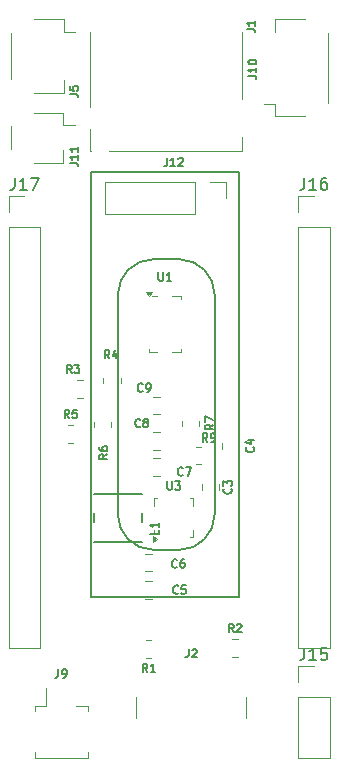
<source format=gbr>
%TF.GenerationSoftware,KiCad,Pcbnew,9.0.0*%
%TF.CreationDate,2025-04-24T12:01:06-04:00*%
%TF.ProjectId,Tiny4FSKGeneralShield,54696e79-3446-4534-9b47-656e6572616c,rev?*%
%TF.SameCoordinates,Original*%
%TF.FileFunction,Legend,Top*%
%TF.FilePolarity,Positive*%
%FSLAX46Y46*%
G04 Gerber Fmt 4.6, Leading zero omitted, Abs format (unit mm)*
G04 Created by KiCad (PCBNEW 9.0.0) date 2025-04-24 12:01:06*
%MOMM*%
%LPD*%
G01*
G04 APERTURE LIST*
%ADD10C,0.200000*%
%ADD11C,0.150000*%
%ADD12C,0.120000*%
%ADD13C,0.127000*%
G04 APERTURE END LIST*
D10*
X142127000Y-76875772D02*
X154627000Y-76875772D01*
X154627000Y-112875772D01*
X142127000Y-112875772D01*
X142127000Y-76875772D01*
X152605680Y-105875772D02*
G75*
G02*
X149605680Y-108875780I-2999980J-28D01*
G01*
X149605680Y-84275772D02*
G75*
G02*
X152605628Y-87275772I20J-2999928D01*
G01*
X147405680Y-108875772D02*
G75*
G02*
X144405628Y-105875772I20J3000072D01*
G01*
X149605680Y-108875772D02*
X147405680Y-108875772D01*
X147405680Y-84275772D02*
X149605680Y-84275772D01*
X144405680Y-105875772D02*
X144405680Y-87275772D01*
X144405680Y-87275772D02*
G75*
G02*
X147405680Y-84275780I3000020J-28D01*
G01*
X152605680Y-87275772D02*
X152605680Y-105875772D01*
D11*
X155863274Y-100181952D02*
X155896608Y-100215285D01*
X155896608Y-100215285D02*
X155929941Y-100315285D01*
X155929941Y-100315285D02*
X155929941Y-100381952D01*
X155929941Y-100381952D02*
X155896608Y-100481952D01*
X155896608Y-100481952D02*
X155829941Y-100548619D01*
X155829941Y-100548619D02*
X155763274Y-100581952D01*
X155763274Y-100581952D02*
X155629941Y-100615285D01*
X155629941Y-100615285D02*
X155529941Y-100615285D01*
X155529941Y-100615285D02*
X155396608Y-100581952D01*
X155396608Y-100581952D02*
X155329941Y-100548619D01*
X155329941Y-100548619D02*
X155263274Y-100481952D01*
X155263274Y-100481952D02*
X155229941Y-100381952D01*
X155229941Y-100381952D02*
X155229941Y-100315285D01*
X155229941Y-100315285D02*
X155263274Y-100215285D01*
X155263274Y-100215285D02*
X155296608Y-100181952D01*
X155463274Y-99581952D02*
X155929941Y-99581952D01*
X155196608Y-99748619D02*
X155696608Y-99915285D01*
X155696608Y-99915285D02*
X155696608Y-99481952D01*
X155443033Y-68742438D02*
X155943033Y-68742438D01*
X155943033Y-68742438D02*
X156043033Y-68775771D01*
X156043033Y-68775771D02*
X156109700Y-68842438D01*
X156109700Y-68842438D02*
X156143033Y-68942438D01*
X156143033Y-68942438D02*
X156143033Y-69009105D01*
X156143033Y-68042438D02*
X156143033Y-68442438D01*
X156143033Y-68242438D02*
X155443033Y-68242438D01*
X155443033Y-68242438D02*
X155543033Y-68309105D01*
X155543033Y-68309105D02*
X155609700Y-68375772D01*
X155609700Y-68375772D02*
X155643033Y-68442438D01*
X155443033Y-67609105D02*
X155443033Y-67542438D01*
X155443033Y-67542438D02*
X155476366Y-67475771D01*
X155476366Y-67475771D02*
X155509700Y-67442438D01*
X155509700Y-67442438D02*
X155576366Y-67409105D01*
X155576366Y-67409105D02*
X155709700Y-67375771D01*
X155709700Y-67375771D02*
X155876366Y-67375771D01*
X155876366Y-67375771D02*
X156009700Y-67409105D01*
X156009700Y-67409105D02*
X156076366Y-67442438D01*
X156076366Y-67442438D02*
X156109700Y-67475771D01*
X156109700Y-67475771D02*
X156143033Y-67542438D01*
X156143033Y-67542438D02*
X156143033Y-67609105D01*
X156143033Y-67609105D02*
X156109700Y-67675771D01*
X156109700Y-67675771D02*
X156076366Y-67709105D01*
X156076366Y-67709105D02*
X156009700Y-67742438D01*
X156009700Y-67742438D02*
X155876366Y-67775771D01*
X155876366Y-67775771D02*
X155709700Y-67775771D01*
X155709700Y-67775771D02*
X155576366Y-67742438D01*
X155576366Y-67742438D02*
X155509700Y-67709105D01*
X155509700Y-67709105D02*
X155476366Y-67675771D01*
X155476366Y-67675771D02*
X155443033Y-67609105D01*
X149410333Y-110325138D02*
X149377000Y-110358472D01*
X149377000Y-110358472D02*
X149277000Y-110391805D01*
X149277000Y-110391805D02*
X149210333Y-110391805D01*
X149210333Y-110391805D02*
X149110333Y-110358472D01*
X149110333Y-110358472D02*
X149043667Y-110291805D01*
X149043667Y-110291805D02*
X149010333Y-110225138D01*
X149010333Y-110225138D02*
X148977000Y-110091805D01*
X148977000Y-110091805D02*
X148977000Y-109991805D01*
X148977000Y-109991805D02*
X149010333Y-109858472D01*
X149010333Y-109858472D02*
X149043667Y-109791805D01*
X149043667Y-109791805D02*
X149110333Y-109725138D01*
X149110333Y-109725138D02*
X149210333Y-109691805D01*
X149210333Y-109691805D02*
X149277000Y-109691805D01*
X149277000Y-109691805D02*
X149377000Y-109725138D01*
X149377000Y-109725138D02*
X149410333Y-109758472D01*
X150010333Y-109691805D02*
X149877000Y-109691805D01*
X149877000Y-109691805D02*
X149810333Y-109725138D01*
X149810333Y-109725138D02*
X149777000Y-109758472D01*
X149777000Y-109758472D02*
X149710333Y-109858472D01*
X149710333Y-109858472D02*
X149677000Y-109991805D01*
X149677000Y-109991805D02*
X149677000Y-110258472D01*
X149677000Y-110258472D02*
X149710333Y-110325138D01*
X149710333Y-110325138D02*
X149743667Y-110358472D01*
X149743667Y-110358472D02*
X149810333Y-110391805D01*
X149810333Y-110391805D02*
X149943667Y-110391805D01*
X149943667Y-110391805D02*
X150010333Y-110358472D01*
X150010333Y-110358472D02*
X150043667Y-110325138D01*
X150043667Y-110325138D02*
X150077000Y-110258472D01*
X150077000Y-110258472D02*
X150077000Y-110091805D01*
X150077000Y-110091805D02*
X150043667Y-110025138D01*
X150043667Y-110025138D02*
X150010333Y-109991805D01*
X150010333Y-109991805D02*
X149943667Y-109958472D01*
X149943667Y-109958472D02*
X149810333Y-109958472D01*
X149810333Y-109958472D02*
X149743667Y-109991805D01*
X149743667Y-109991805D02*
X149710333Y-110025138D01*
X149710333Y-110025138D02*
X149677000Y-110091805D01*
X146510333Y-95425138D02*
X146477000Y-95458472D01*
X146477000Y-95458472D02*
X146377000Y-95491805D01*
X146377000Y-95491805D02*
X146310333Y-95491805D01*
X146310333Y-95491805D02*
X146210333Y-95458472D01*
X146210333Y-95458472D02*
X146143667Y-95391805D01*
X146143667Y-95391805D02*
X146110333Y-95325138D01*
X146110333Y-95325138D02*
X146077000Y-95191805D01*
X146077000Y-95191805D02*
X146077000Y-95091805D01*
X146077000Y-95091805D02*
X146110333Y-94958472D01*
X146110333Y-94958472D02*
X146143667Y-94891805D01*
X146143667Y-94891805D02*
X146210333Y-94825138D01*
X146210333Y-94825138D02*
X146310333Y-94791805D01*
X146310333Y-94791805D02*
X146377000Y-94791805D01*
X146377000Y-94791805D02*
X146477000Y-94825138D01*
X146477000Y-94825138D02*
X146510333Y-94858472D01*
X146843667Y-95491805D02*
X146977000Y-95491805D01*
X146977000Y-95491805D02*
X147043667Y-95458472D01*
X147043667Y-95458472D02*
X147077000Y-95425138D01*
X147077000Y-95425138D02*
X147143667Y-95325138D01*
X147143667Y-95325138D02*
X147177000Y-95191805D01*
X147177000Y-95191805D02*
X147177000Y-94925138D01*
X147177000Y-94925138D02*
X147143667Y-94858472D01*
X147143667Y-94858472D02*
X147110333Y-94825138D01*
X147110333Y-94825138D02*
X147043667Y-94791805D01*
X147043667Y-94791805D02*
X146910333Y-94791805D01*
X146910333Y-94791805D02*
X146843667Y-94825138D01*
X146843667Y-94825138D02*
X146810333Y-94858472D01*
X146810333Y-94858472D02*
X146777000Y-94925138D01*
X146777000Y-94925138D02*
X146777000Y-95091805D01*
X146777000Y-95091805D02*
X146810333Y-95158472D01*
X146810333Y-95158472D02*
X146843667Y-95191805D01*
X146843667Y-95191805D02*
X146910333Y-95225138D01*
X146910333Y-95225138D02*
X147043667Y-95225138D01*
X147043667Y-95225138D02*
X147110333Y-95191805D01*
X147110333Y-95191805D02*
X147143667Y-95158472D01*
X147143667Y-95158472D02*
X147177000Y-95091805D01*
X135690476Y-77384819D02*
X135690476Y-78099104D01*
X135690476Y-78099104D02*
X135642857Y-78241961D01*
X135642857Y-78241961D02*
X135547619Y-78337200D01*
X135547619Y-78337200D02*
X135404762Y-78384819D01*
X135404762Y-78384819D02*
X135309524Y-78384819D01*
X136690476Y-78384819D02*
X136119048Y-78384819D01*
X136404762Y-78384819D02*
X136404762Y-77384819D01*
X136404762Y-77384819D02*
X136309524Y-77527676D01*
X136309524Y-77527676D02*
X136214286Y-77622914D01*
X136214286Y-77622914D02*
X136119048Y-77670533D01*
X137023810Y-77384819D02*
X137690476Y-77384819D01*
X137690476Y-77384819D02*
X137261905Y-78384819D01*
X153976366Y-103692438D02*
X154009700Y-103725771D01*
X154009700Y-103725771D02*
X154043033Y-103825771D01*
X154043033Y-103825771D02*
X154043033Y-103892438D01*
X154043033Y-103892438D02*
X154009700Y-103992438D01*
X154009700Y-103992438D02*
X153943033Y-104059105D01*
X153943033Y-104059105D02*
X153876366Y-104092438D01*
X153876366Y-104092438D02*
X153743033Y-104125771D01*
X153743033Y-104125771D02*
X153643033Y-104125771D01*
X153643033Y-104125771D02*
X153509700Y-104092438D01*
X153509700Y-104092438D02*
X153443033Y-104059105D01*
X153443033Y-104059105D02*
X153376366Y-103992438D01*
X153376366Y-103992438D02*
X153343033Y-103892438D01*
X153343033Y-103892438D02*
X153343033Y-103825771D01*
X153343033Y-103825771D02*
X153376366Y-103725771D01*
X153376366Y-103725771D02*
X153409700Y-103692438D01*
X153343033Y-103459105D02*
X153343033Y-103025771D01*
X153343033Y-103025771D02*
X153609700Y-103259105D01*
X153609700Y-103259105D02*
X153609700Y-103159105D01*
X153609700Y-103159105D02*
X153643033Y-103092438D01*
X153643033Y-103092438D02*
X153676366Y-103059105D01*
X153676366Y-103059105D02*
X153743033Y-103025771D01*
X153743033Y-103025771D02*
X153909700Y-103025771D01*
X153909700Y-103025771D02*
X153976366Y-103059105D01*
X153976366Y-103059105D02*
X154009700Y-103092438D01*
X154009700Y-103092438D02*
X154043033Y-103159105D01*
X154043033Y-103159105D02*
X154043033Y-103359105D01*
X154043033Y-103359105D02*
X154009700Y-103425771D01*
X154009700Y-103425771D02*
X153976366Y-103459105D01*
X146910333Y-119251805D02*
X146677000Y-118918472D01*
X146510333Y-119251805D02*
X146510333Y-118551805D01*
X146510333Y-118551805D02*
X146777000Y-118551805D01*
X146777000Y-118551805D02*
X146843667Y-118585138D01*
X146843667Y-118585138D02*
X146877000Y-118618472D01*
X146877000Y-118618472D02*
X146910333Y-118685138D01*
X146910333Y-118685138D02*
X146910333Y-118785138D01*
X146910333Y-118785138D02*
X146877000Y-118851805D01*
X146877000Y-118851805D02*
X146843667Y-118885138D01*
X146843667Y-118885138D02*
X146777000Y-118918472D01*
X146777000Y-118918472D02*
X146510333Y-118918472D01*
X147577000Y-119251805D02*
X147177000Y-119251805D01*
X147377000Y-119251805D02*
X147377000Y-118551805D01*
X147377000Y-118551805D02*
X147310333Y-118651805D01*
X147310333Y-118651805D02*
X147243667Y-118718472D01*
X147243667Y-118718472D02*
X147177000Y-118751805D01*
X149510333Y-112525138D02*
X149477000Y-112558472D01*
X149477000Y-112558472D02*
X149377000Y-112591805D01*
X149377000Y-112591805D02*
X149310333Y-112591805D01*
X149310333Y-112591805D02*
X149210333Y-112558472D01*
X149210333Y-112558472D02*
X149143667Y-112491805D01*
X149143667Y-112491805D02*
X149110333Y-112425138D01*
X149110333Y-112425138D02*
X149077000Y-112291805D01*
X149077000Y-112291805D02*
X149077000Y-112191805D01*
X149077000Y-112191805D02*
X149110333Y-112058472D01*
X149110333Y-112058472D02*
X149143667Y-111991805D01*
X149143667Y-111991805D02*
X149210333Y-111925138D01*
X149210333Y-111925138D02*
X149310333Y-111891805D01*
X149310333Y-111891805D02*
X149377000Y-111891805D01*
X149377000Y-111891805D02*
X149477000Y-111925138D01*
X149477000Y-111925138D02*
X149510333Y-111958472D01*
X150143667Y-111891805D02*
X149810333Y-111891805D01*
X149810333Y-111891805D02*
X149777000Y-112225138D01*
X149777000Y-112225138D02*
X149810333Y-112191805D01*
X149810333Y-112191805D02*
X149877000Y-112158472D01*
X149877000Y-112158472D02*
X150043667Y-112158472D01*
X150043667Y-112158472D02*
X150110333Y-112191805D01*
X150110333Y-112191805D02*
X150143667Y-112225138D01*
X150143667Y-112225138D02*
X150177000Y-112291805D01*
X150177000Y-112291805D02*
X150177000Y-112458472D01*
X150177000Y-112458472D02*
X150143667Y-112525138D01*
X150143667Y-112525138D02*
X150110333Y-112558472D01*
X150110333Y-112558472D02*
X150043667Y-112591805D01*
X150043667Y-112591805D02*
X149877000Y-112591805D01*
X149877000Y-112591805D02*
X149810333Y-112558472D01*
X149810333Y-112558472D02*
X149777000Y-112525138D01*
X140343033Y-70309105D02*
X140843033Y-70309105D01*
X140843033Y-70309105D02*
X140943033Y-70342438D01*
X140943033Y-70342438D02*
X141009700Y-70409105D01*
X141009700Y-70409105D02*
X141043033Y-70509105D01*
X141043033Y-70509105D02*
X141043033Y-70575772D01*
X140343033Y-69642439D02*
X140343033Y-69975772D01*
X140343033Y-69975772D02*
X140676366Y-70009105D01*
X140676366Y-70009105D02*
X140643033Y-69975772D01*
X140643033Y-69975772D02*
X140609700Y-69909105D01*
X140609700Y-69909105D02*
X140609700Y-69742439D01*
X140609700Y-69742439D02*
X140643033Y-69675772D01*
X140643033Y-69675772D02*
X140676366Y-69642439D01*
X140676366Y-69642439D02*
X140743033Y-69609105D01*
X140743033Y-69609105D02*
X140909700Y-69609105D01*
X140909700Y-69609105D02*
X140976366Y-69642439D01*
X140976366Y-69642439D02*
X141009700Y-69675772D01*
X141009700Y-69675772D02*
X141043033Y-69742439D01*
X141043033Y-69742439D02*
X141043033Y-69909105D01*
X141043033Y-69909105D02*
X141009700Y-69975772D01*
X141009700Y-69975772D02*
X140976366Y-70009105D01*
X147843666Y-85391805D02*
X147843666Y-85958472D01*
X147843666Y-85958472D02*
X147877000Y-86025138D01*
X147877000Y-86025138D02*
X147910333Y-86058472D01*
X147910333Y-86058472D02*
X147977000Y-86091805D01*
X147977000Y-86091805D02*
X148110333Y-86091805D01*
X148110333Y-86091805D02*
X148177000Y-86058472D01*
X148177000Y-86058472D02*
X148210333Y-86025138D01*
X148210333Y-86025138D02*
X148243666Y-85958472D01*
X148243666Y-85958472D02*
X148243666Y-85391805D01*
X148943666Y-86091805D02*
X148543666Y-86091805D01*
X148743666Y-86091805D02*
X148743666Y-85391805D01*
X148743666Y-85391805D02*
X148676999Y-85491805D01*
X148676999Y-85491805D02*
X148610333Y-85558472D01*
X148610333Y-85558472D02*
X148543666Y-85591805D01*
X143689117Y-92676403D02*
X143455784Y-92343070D01*
X143289117Y-92676403D02*
X143289117Y-91976403D01*
X143289117Y-91976403D02*
X143555784Y-91976403D01*
X143555784Y-91976403D02*
X143622451Y-92009736D01*
X143622451Y-92009736D02*
X143655784Y-92043070D01*
X143655784Y-92043070D02*
X143689117Y-92109736D01*
X143689117Y-92109736D02*
X143689117Y-92209736D01*
X143689117Y-92209736D02*
X143655784Y-92276403D01*
X143655784Y-92276403D02*
X143622451Y-92309736D01*
X143622451Y-92309736D02*
X143555784Y-92343070D01*
X143555784Y-92343070D02*
X143289117Y-92343070D01*
X144289117Y-92209736D02*
X144289117Y-92676403D01*
X144122451Y-91943070D02*
X143955784Y-92443070D01*
X143955784Y-92443070D02*
X144389117Y-92443070D01*
X154210333Y-115841805D02*
X153977000Y-115508472D01*
X153810333Y-115841805D02*
X153810333Y-115141805D01*
X153810333Y-115141805D02*
X154077000Y-115141805D01*
X154077000Y-115141805D02*
X154143667Y-115175138D01*
X154143667Y-115175138D02*
X154177000Y-115208472D01*
X154177000Y-115208472D02*
X154210333Y-115275138D01*
X154210333Y-115275138D02*
X154210333Y-115375138D01*
X154210333Y-115375138D02*
X154177000Y-115441805D01*
X154177000Y-115441805D02*
X154143667Y-115475138D01*
X154143667Y-115475138D02*
X154077000Y-115508472D01*
X154077000Y-115508472D02*
X153810333Y-115508472D01*
X154477000Y-115208472D02*
X154510333Y-115175138D01*
X154510333Y-115175138D02*
X154577000Y-115141805D01*
X154577000Y-115141805D02*
X154743667Y-115141805D01*
X154743667Y-115141805D02*
X154810333Y-115175138D01*
X154810333Y-115175138D02*
X154843667Y-115208472D01*
X154843667Y-115208472D02*
X154877000Y-115275138D01*
X154877000Y-115275138D02*
X154877000Y-115341805D01*
X154877000Y-115341805D02*
X154843667Y-115441805D01*
X154843667Y-115441805D02*
X154443667Y-115841805D01*
X154443667Y-115841805D02*
X154877000Y-115841805D01*
X146310333Y-98425138D02*
X146277000Y-98458472D01*
X146277000Y-98458472D02*
X146177000Y-98491805D01*
X146177000Y-98491805D02*
X146110333Y-98491805D01*
X146110333Y-98491805D02*
X146010333Y-98458472D01*
X146010333Y-98458472D02*
X145943667Y-98391805D01*
X145943667Y-98391805D02*
X145910333Y-98325138D01*
X145910333Y-98325138D02*
X145877000Y-98191805D01*
X145877000Y-98191805D02*
X145877000Y-98091805D01*
X145877000Y-98091805D02*
X145910333Y-97958472D01*
X145910333Y-97958472D02*
X145943667Y-97891805D01*
X145943667Y-97891805D02*
X146010333Y-97825138D01*
X146010333Y-97825138D02*
X146110333Y-97791805D01*
X146110333Y-97791805D02*
X146177000Y-97791805D01*
X146177000Y-97791805D02*
X146277000Y-97825138D01*
X146277000Y-97825138D02*
X146310333Y-97858472D01*
X146710333Y-98091805D02*
X146643667Y-98058472D01*
X146643667Y-98058472D02*
X146610333Y-98025138D01*
X146610333Y-98025138D02*
X146577000Y-97958472D01*
X146577000Y-97958472D02*
X146577000Y-97925138D01*
X146577000Y-97925138D02*
X146610333Y-97858472D01*
X146610333Y-97858472D02*
X146643667Y-97825138D01*
X146643667Y-97825138D02*
X146710333Y-97791805D01*
X146710333Y-97791805D02*
X146843667Y-97791805D01*
X146843667Y-97791805D02*
X146910333Y-97825138D01*
X146910333Y-97825138D02*
X146943667Y-97858472D01*
X146943667Y-97858472D02*
X146977000Y-97925138D01*
X146977000Y-97925138D02*
X146977000Y-97958472D01*
X146977000Y-97958472D02*
X146943667Y-98025138D01*
X146943667Y-98025138D02*
X146910333Y-98058472D01*
X146910333Y-98058472D02*
X146843667Y-98091805D01*
X146843667Y-98091805D02*
X146710333Y-98091805D01*
X146710333Y-98091805D02*
X146643667Y-98125138D01*
X146643667Y-98125138D02*
X146610333Y-98158472D01*
X146610333Y-98158472D02*
X146577000Y-98225138D01*
X146577000Y-98225138D02*
X146577000Y-98358472D01*
X146577000Y-98358472D02*
X146610333Y-98425138D01*
X146610333Y-98425138D02*
X146643667Y-98458472D01*
X146643667Y-98458472D02*
X146710333Y-98491805D01*
X146710333Y-98491805D02*
X146843667Y-98491805D01*
X146843667Y-98491805D02*
X146910333Y-98458472D01*
X146910333Y-98458472D02*
X146943667Y-98425138D01*
X146943667Y-98425138D02*
X146977000Y-98358472D01*
X146977000Y-98358472D02*
X146977000Y-98225138D01*
X146977000Y-98225138D02*
X146943667Y-98158472D01*
X146943667Y-98158472D02*
X146910333Y-98125138D01*
X146910333Y-98125138D02*
X146843667Y-98091805D01*
X149910333Y-102525138D02*
X149877000Y-102558472D01*
X149877000Y-102558472D02*
X149777000Y-102591805D01*
X149777000Y-102591805D02*
X149710333Y-102591805D01*
X149710333Y-102591805D02*
X149610333Y-102558472D01*
X149610333Y-102558472D02*
X149543667Y-102491805D01*
X149543667Y-102491805D02*
X149510333Y-102425138D01*
X149510333Y-102425138D02*
X149477000Y-102291805D01*
X149477000Y-102291805D02*
X149477000Y-102191805D01*
X149477000Y-102191805D02*
X149510333Y-102058472D01*
X149510333Y-102058472D02*
X149543667Y-101991805D01*
X149543667Y-101991805D02*
X149610333Y-101925138D01*
X149610333Y-101925138D02*
X149710333Y-101891805D01*
X149710333Y-101891805D02*
X149777000Y-101891805D01*
X149777000Y-101891805D02*
X149877000Y-101925138D01*
X149877000Y-101925138D02*
X149910333Y-101958472D01*
X150143667Y-101891805D02*
X150610333Y-101891805D01*
X150610333Y-101891805D02*
X150310333Y-102591805D01*
X150393666Y-117291805D02*
X150393666Y-117791805D01*
X150393666Y-117791805D02*
X150360333Y-117891805D01*
X150360333Y-117891805D02*
X150293666Y-117958472D01*
X150293666Y-117958472D02*
X150193666Y-117991805D01*
X150193666Y-117991805D02*
X150127000Y-117991805D01*
X150693666Y-117358472D02*
X150726999Y-117325138D01*
X150726999Y-117325138D02*
X150793666Y-117291805D01*
X150793666Y-117291805D02*
X150960333Y-117291805D01*
X150960333Y-117291805D02*
X151026999Y-117325138D01*
X151026999Y-117325138D02*
X151060333Y-117358472D01*
X151060333Y-117358472D02*
X151093666Y-117425138D01*
X151093666Y-117425138D02*
X151093666Y-117491805D01*
X151093666Y-117491805D02*
X151060333Y-117591805D01*
X151060333Y-117591805D02*
X150660333Y-117991805D01*
X150660333Y-117991805D02*
X151093666Y-117991805D01*
X155343033Y-64809105D02*
X155843033Y-64809105D01*
X155843033Y-64809105D02*
X155943033Y-64842438D01*
X155943033Y-64842438D02*
X156009700Y-64909105D01*
X156009700Y-64909105D02*
X156043033Y-65009105D01*
X156043033Y-65009105D02*
X156043033Y-65075772D01*
X156043033Y-64109105D02*
X156043033Y-64509105D01*
X156043033Y-64309105D02*
X155343033Y-64309105D01*
X155343033Y-64309105D02*
X155443033Y-64375772D01*
X155443033Y-64375772D02*
X155509700Y-64442439D01*
X155509700Y-64442439D02*
X155543033Y-64509105D01*
X160190476Y-77384819D02*
X160190476Y-78099104D01*
X160190476Y-78099104D02*
X160142857Y-78241961D01*
X160142857Y-78241961D02*
X160047619Y-78337200D01*
X160047619Y-78337200D02*
X159904762Y-78384819D01*
X159904762Y-78384819D02*
X159809524Y-78384819D01*
X161190476Y-78384819D02*
X160619048Y-78384819D01*
X160904762Y-78384819D02*
X160904762Y-77384819D01*
X160904762Y-77384819D02*
X160809524Y-77527676D01*
X160809524Y-77527676D02*
X160714286Y-77622914D01*
X160714286Y-77622914D02*
X160619048Y-77670533D01*
X162047619Y-77384819D02*
X161857143Y-77384819D01*
X161857143Y-77384819D02*
X161761905Y-77432438D01*
X161761905Y-77432438D02*
X161714286Y-77480057D01*
X161714286Y-77480057D02*
X161619048Y-77622914D01*
X161619048Y-77622914D02*
X161571429Y-77813390D01*
X161571429Y-77813390D02*
X161571429Y-78194342D01*
X161571429Y-78194342D02*
X161619048Y-78289580D01*
X161619048Y-78289580D02*
X161666667Y-78337200D01*
X161666667Y-78337200D02*
X161761905Y-78384819D01*
X161761905Y-78384819D02*
X161952381Y-78384819D01*
X161952381Y-78384819D02*
X162047619Y-78337200D01*
X162047619Y-78337200D02*
X162095238Y-78289580D01*
X162095238Y-78289580D02*
X162142857Y-78194342D01*
X162142857Y-78194342D02*
X162142857Y-77956247D01*
X162142857Y-77956247D02*
X162095238Y-77861009D01*
X162095238Y-77861009D02*
X162047619Y-77813390D01*
X162047619Y-77813390D02*
X161952381Y-77765771D01*
X161952381Y-77765771D02*
X161761905Y-77765771D01*
X161761905Y-77765771D02*
X161666667Y-77813390D01*
X161666667Y-77813390D02*
X161619048Y-77861009D01*
X161619048Y-77861009D02*
X161571429Y-77956247D01*
X140289117Y-97726403D02*
X140055784Y-97393070D01*
X139889117Y-97726403D02*
X139889117Y-97026403D01*
X139889117Y-97026403D02*
X140155784Y-97026403D01*
X140155784Y-97026403D02*
X140222451Y-97059736D01*
X140222451Y-97059736D02*
X140255784Y-97093070D01*
X140255784Y-97093070D02*
X140289117Y-97159736D01*
X140289117Y-97159736D02*
X140289117Y-97259736D01*
X140289117Y-97259736D02*
X140255784Y-97326403D01*
X140255784Y-97326403D02*
X140222451Y-97359736D01*
X140222451Y-97359736D02*
X140155784Y-97393070D01*
X140155784Y-97393070D02*
X139889117Y-97393070D01*
X140922451Y-97026403D02*
X140589117Y-97026403D01*
X140589117Y-97026403D02*
X140555784Y-97359736D01*
X140555784Y-97359736D02*
X140589117Y-97326403D01*
X140589117Y-97326403D02*
X140655784Y-97293070D01*
X140655784Y-97293070D02*
X140822451Y-97293070D01*
X140822451Y-97293070D02*
X140889117Y-97326403D01*
X140889117Y-97326403D02*
X140922451Y-97359736D01*
X140922451Y-97359736D02*
X140955784Y-97426403D01*
X140955784Y-97426403D02*
X140955784Y-97593070D01*
X140955784Y-97593070D02*
X140922451Y-97659736D01*
X140922451Y-97659736D02*
X140889117Y-97693070D01*
X140889117Y-97693070D02*
X140822451Y-97726403D01*
X140822451Y-97726403D02*
X140655784Y-97726403D01*
X140655784Y-97726403D02*
X140589117Y-97693070D01*
X140589117Y-97693070D02*
X140555784Y-97659736D01*
X147853033Y-107168439D02*
X147853033Y-107501772D01*
X147853033Y-107501772D02*
X147153033Y-107501772D01*
X147853033Y-106568438D02*
X147853033Y-106968438D01*
X147853033Y-106768438D02*
X147153033Y-106768438D01*
X147153033Y-106768438D02*
X147253033Y-106835105D01*
X147253033Y-106835105D02*
X147319700Y-106901772D01*
X147319700Y-106901772D02*
X147353033Y-106968438D01*
X140489117Y-93926403D02*
X140255784Y-93593070D01*
X140089117Y-93926403D02*
X140089117Y-93226403D01*
X140089117Y-93226403D02*
X140355784Y-93226403D01*
X140355784Y-93226403D02*
X140422451Y-93259736D01*
X140422451Y-93259736D02*
X140455784Y-93293070D01*
X140455784Y-93293070D02*
X140489117Y-93359736D01*
X140489117Y-93359736D02*
X140489117Y-93459736D01*
X140489117Y-93459736D02*
X140455784Y-93526403D01*
X140455784Y-93526403D02*
X140422451Y-93559736D01*
X140422451Y-93559736D02*
X140355784Y-93593070D01*
X140355784Y-93593070D02*
X140089117Y-93593070D01*
X140722451Y-93226403D02*
X141155784Y-93226403D01*
X141155784Y-93226403D02*
X140922451Y-93493070D01*
X140922451Y-93493070D02*
X141022451Y-93493070D01*
X141022451Y-93493070D02*
X141089117Y-93526403D01*
X141089117Y-93526403D02*
X141122451Y-93559736D01*
X141122451Y-93559736D02*
X141155784Y-93626403D01*
X141155784Y-93626403D02*
X141155784Y-93793070D01*
X141155784Y-93793070D02*
X141122451Y-93859736D01*
X141122451Y-93859736D02*
X141089117Y-93893070D01*
X141089117Y-93893070D02*
X141022451Y-93926403D01*
X141022451Y-93926403D02*
X140822451Y-93926403D01*
X140822451Y-93926403D02*
X140755784Y-93893070D01*
X140755784Y-93893070D02*
X140722451Y-93859736D01*
X151983333Y-99716033D02*
X151750000Y-99382700D01*
X151583333Y-99716033D02*
X151583333Y-99016033D01*
X151583333Y-99016033D02*
X151850000Y-99016033D01*
X151850000Y-99016033D02*
X151916667Y-99049366D01*
X151916667Y-99049366D02*
X151950000Y-99082700D01*
X151950000Y-99082700D02*
X151983333Y-99149366D01*
X151983333Y-99149366D02*
X151983333Y-99249366D01*
X151983333Y-99249366D02*
X151950000Y-99316033D01*
X151950000Y-99316033D02*
X151916667Y-99349366D01*
X151916667Y-99349366D02*
X151850000Y-99382700D01*
X151850000Y-99382700D02*
X151583333Y-99382700D01*
X152316667Y-99716033D02*
X152450000Y-99716033D01*
X152450000Y-99716033D02*
X152516667Y-99682700D01*
X152516667Y-99682700D02*
X152550000Y-99649366D01*
X152550000Y-99649366D02*
X152616667Y-99549366D01*
X152616667Y-99549366D02*
X152650000Y-99416033D01*
X152650000Y-99416033D02*
X152650000Y-99149366D01*
X152650000Y-99149366D02*
X152616667Y-99082700D01*
X152616667Y-99082700D02*
X152583333Y-99049366D01*
X152583333Y-99049366D02*
X152516667Y-99016033D01*
X152516667Y-99016033D02*
X152383333Y-99016033D01*
X152383333Y-99016033D02*
X152316667Y-99049366D01*
X152316667Y-99049366D02*
X152283333Y-99082700D01*
X152283333Y-99082700D02*
X152250000Y-99149366D01*
X152250000Y-99149366D02*
X152250000Y-99316033D01*
X152250000Y-99316033D02*
X152283333Y-99382700D01*
X152283333Y-99382700D02*
X152316667Y-99416033D01*
X152316667Y-99416033D02*
X152383333Y-99449366D01*
X152383333Y-99449366D02*
X152516667Y-99449366D01*
X152516667Y-99449366D02*
X152583333Y-99416033D01*
X152583333Y-99416033D02*
X152616667Y-99382700D01*
X152616667Y-99382700D02*
X152650000Y-99316033D01*
X160190476Y-117199819D02*
X160190476Y-117914104D01*
X160190476Y-117914104D02*
X160142857Y-118056961D01*
X160142857Y-118056961D02*
X160047619Y-118152200D01*
X160047619Y-118152200D02*
X159904762Y-118199819D01*
X159904762Y-118199819D02*
X159809524Y-118199819D01*
X161190476Y-118199819D02*
X160619048Y-118199819D01*
X160904762Y-118199819D02*
X160904762Y-117199819D01*
X160904762Y-117199819D02*
X160809524Y-117342676D01*
X160809524Y-117342676D02*
X160714286Y-117437914D01*
X160714286Y-117437914D02*
X160619048Y-117485533D01*
X162095238Y-117199819D02*
X161619048Y-117199819D01*
X161619048Y-117199819D02*
X161571429Y-117676009D01*
X161571429Y-117676009D02*
X161619048Y-117628390D01*
X161619048Y-117628390D02*
X161714286Y-117580771D01*
X161714286Y-117580771D02*
X161952381Y-117580771D01*
X161952381Y-117580771D02*
X162047619Y-117628390D01*
X162047619Y-117628390D02*
X162095238Y-117676009D01*
X162095238Y-117676009D02*
X162142857Y-117771247D01*
X162142857Y-117771247D02*
X162142857Y-118009342D01*
X162142857Y-118009342D02*
X162095238Y-118104580D01*
X162095238Y-118104580D02*
X162047619Y-118152200D01*
X162047619Y-118152200D02*
X161952381Y-118199819D01*
X161952381Y-118199819D02*
X161714286Y-118199819D01*
X161714286Y-118199819D02*
X161619048Y-118152200D01*
X161619048Y-118152200D02*
X161571429Y-118104580D01*
X143521817Y-100777036D02*
X143188484Y-101010369D01*
X143521817Y-101177036D02*
X142821817Y-101177036D01*
X142821817Y-101177036D02*
X142821817Y-100910369D01*
X142821817Y-100910369D02*
X142855150Y-100843703D01*
X142855150Y-100843703D02*
X142888484Y-100810369D01*
X142888484Y-100810369D02*
X142955150Y-100777036D01*
X142955150Y-100777036D02*
X143055150Y-100777036D01*
X143055150Y-100777036D02*
X143121817Y-100810369D01*
X143121817Y-100810369D02*
X143155150Y-100843703D01*
X143155150Y-100843703D02*
X143188484Y-100910369D01*
X143188484Y-100910369D02*
X143188484Y-101177036D01*
X142821817Y-100177036D02*
X142821817Y-100310369D01*
X142821817Y-100310369D02*
X142855150Y-100377036D01*
X142855150Y-100377036D02*
X142888484Y-100410369D01*
X142888484Y-100410369D02*
X142988484Y-100477036D01*
X142988484Y-100477036D02*
X143121817Y-100510369D01*
X143121817Y-100510369D02*
X143388484Y-100510369D01*
X143388484Y-100510369D02*
X143455150Y-100477036D01*
X143455150Y-100477036D02*
X143488484Y-100443703D01*
X143488484Y-100443703D02*
X143521817Y-100377036D01*
X143521817Y-100377036D02*
X143521817Y-100243703D01*
X143521817Y-100243703D02*
X143488484Y-100177036D01*
X143488484Y-100177036D02*
X143455150Y-100143703D01*
X143455150Y-100143703D02*
X143388484Y-100110369D01*
X143388484Y-100110369D02*
X143221817Y-100110369D01*
X143221817Y-100110369D02*
X143155150Y-100143703D01*
X143155150Y-100143703D02*
X143121817Y-100177036D01*
X143121817Y-100177036D02*
X143088484Y-100243703D01*
X143088484Y-100243703D02*
X143088484Y-100377036D01*
X143088484Y-100377036D02*
X143121817Y-100443703D01*
X143121817Y-100443703D02*
X143155150Y-100477036D01*
X143155150Y-100477036D02*
X143221817Y-100510369D01*
X140343033Y-76142438D02*
X140843033Y-76142438D01*
X140843033Y-76142438D02*
X140943033Y-76175771D01*
X140943033Y-76175771D02*
X141009700Y-76242438D01*
X141009700Y-76242438D02*
X141043033Y-76342438D01*
X141043033Y-76342438D02*
X141043033Y-76409105D01*
X141043033Y-75442438D02*
X141043033Y-75842438D01*
X141043033Y-75642438D02*
X140343033Y-75642438D01*
X140343033Y-75642438D02*
X140443033Y-75709105D01*
X140443033Y-75709105D02*
X140509700Y-75775772D01*
X140509700Y-75775772D02*
X140543033Y-75842438D01*
X141043033Y-74775771D02*
X141043033Y-75175771D01*
X141043033Y-74975771D02*
X140343033Y-74975771D01*
X140343033Y-74975771D02*
X140443033Y-75042438D01*
X140443033Y-75042438D02*
X140509700Y-75109105D01*
X140509700Y-75109105D02*
X140543033Y-75175771D01*
X148593666Y-103091805D02*
X148593666Y-103658472D01*
X148593666Y-103658472D02*
X148627000Y-103725138D01*
X148627000Y-103725138D02*
X148660333Y-103758472D01*
X148660333Y-103758472D02*
X148727000Y-103791805D01*
X148727000Y-103791805D02*
X148860333Y-103791805D01*
X148860333Y-103791805D02*
X148927000Y-103758472D01*
X148927000Y-103758472D02*
X148960333Y-103725138D01*
X148960333Y-103725138D02*
X148993666Y-103658472D01*
X148993666Y-103658472D02*
X148993666Y-103091805D01*
X149260333Y-103091805D02*
X149693666Y-103091805D01*
X149693666Y-103091805D02*
X149460333Y-103358472D01*
X149460333Y-103358472D02*
X149560333Y-103358472D01*
X149560333Y-103358472D02*
X149626999Y-103391805D01*
X149626999Y-103391805D02*
X149660333Y-103425138D01*
X149660333Y-103425138D02*
X149693666Y-103491805D01*
X149693666Y-103491805D02*
X149693666Y-103658472D01*
X149693666Y-103658472D02*
X149660333Y-103725138D01*
X149660333Y-103725138D02*
X149626999Y-103758472D01*
X149626999Y-103758472D02*
X149560333Y-103791805D01*
X149560333Y-103791805D02*
X149360333Y-103791805D01*
X149360333Y-103791805D02*
X149293666Y-103758472D01*
X149293666Y-103758472D02*
X149260333Y-103725138D01*
X139368666Y-118991805D02*
X139368666Y-119491805D01*
X139368666Y-119491805D02*
X139335333Y-119591805D01*
X139335333Y-119591805D02*
X139268666Y-119658472D01*
X139268666Y-119658472D02*
X139168666Y-119691805D01*
X139168666Y-119691805D02*
X139102000Y-119691805D01*
X139735333Y-119691805D02*
X139868666Y-119691805D01*
X139868666Y-119691805D02*
X139935333Y-119658472D01*
X139935333Y-119658472D02*
X139968666Y-119625138D01*
X139968666Y-119625138D02*
X140035333Y-119525138D01*
X140035333Y-119525138D02*
X140068666Y-119391805D01*
X140068666Y-119391805D02*
X140068666Y-119125138D01*
X140068666Y-119125138D02*
X140035333Y-119058472D01*
X140035333Y-119058472D02*
X140001999Y-119025138D01*
X140001999Y-119025138D02*
X139935333Y-118991805D01*
X139935333Y-118991805D02*
X139801999Y-118991805D01*
X139801999Y-118991805D02*
X139735333Y-119025138D01*
X139735333Y-119025138D02*
X139701999Y-119058472D01*
X139701999Y-119058472D02*
X139668666Y-119125138D01*
X139668666Y-119125138D02*
X139668666Y-119291805D01*
X139668666Y-119291805D02*
X139701999Y-119358472D01*
X139701999Y-119358472D02*
X139735333Y-119391805D01*
X139735333Y-119391805D02*
X139801999Y-119425138D01*
X139801999Y-119425138D02*
X139935333Y-119425138D01*
X139935333Y-119425138D02*
X140001999Y-119391805D01*
X140001999Y-119391805D02*
X140035333Y-119358472D01*
X140035333Y-119358472D02*
X140068666Y-119291805D01*
X148560333Y-75691805D02*
X148560333Y-76191805D01*
X148560333Y-76191805D02*
X148527000Y-76291805D01*
X148527000Y-76291805D02*
X148460333Y-76358472D01*
X148460333Y-76358472D02*
X148360333Y-76391805D01*
X148360333Y-76391805D02*
X148293667Y-76391805D01*
X149260333Y-76391805D02*
X148860333Y-76391805D01*
X149060333Y-76391805D02*
X149060333Y-75691805D01*
X149060333Y-75691805D02*
X148993666Y-75791805D01*
X148993666Y-75791805D02*
X148927000Y-75858472D01*
X148927000Y-75858472D02*
X148860333Y-75891805D01*
X149527000Y-75758472D02*
X149560333Y-75725138D01*
X149560333Y-75725138D02*
X149627000Y-75691805D01*
X149627000Y-75691805D02*
X149793667Y-75691805D01*
X149793667Y-75691805D02*
X149860333Y-75725138D01*
X149860333Y-75725138D02*
X149893667Y-75758472D01*
X149893667Y-75758472D02*
X149927000Y-75825138D01*
X149927000Y-75825138D02*
X149927000Y-75891805D01*
X149927000Y-75891805D02*
X149893667Y-75991805D01*
X149893667Y-75991805D02*
X149493667Y-76391805D01*
X149493667Y-76391805D02*
X149927000Y-76391805D01*
X152499941Y-98281952D02*
X152166608Y-98515285D01*
X152499941Y-98681952D02*
X151799941Y-98681952D01*
X151799941Y-98681952D02*
X151799941Y-98415285D01*
X151799941Y-98415285D02*
X151833274Y-98348619D01*
X151833274Y-98348619D02*
X151866608Y-98315285D01*
X151866608Y-98315285D02*
X151933274Y-98281952D01*
X151933274Y-98281952D02*
X152033274Y-98281952D01*
X152033274Y-98281952D02*
X152099941Y-98315285D01*
X152099941Y-98315285D02*
X152133274Y-98348619D01*
X152133274Y-98348619D02*
X152166608Y-98415285D01*
X152166608Y-98415285D02*
X152166608Y-98681952D01*
X151799941Y-98048619D02*
X151799941Y-97581952D01*
X151799941Y-97581952D02*
X152499941Y-97881952D01*
D12*
%TO.C,C4*%
X153198908Y-99804034D02*
X153198908Y-100326538D01*
X154668908Y-99804034D02*
X154668908Y-100326538D01*
%TO.C,J10*%
X157742000Y-63965772D02*
X157742000Y-65015772D01*
X157742000Y-71135772D02*
X156752000Y-71135772D01*
X157742000Y-72185772D02*
X157742000Y-71135772D01*
X160242000Y-63965772D02*
X157742000Y-63965772D01*
X160242000Y-72185772D02*
X157742000Y-72185772D01*
X162212000Y-71015772D02*
X162212000Y-65135772D01*
%TO.C,C6*%
X147263252Y-109241772D02*
X146740748Y-109241772D01*
X147263252Y-110711772D02*
X146740748Y-110711772D01*
%TO.C,C9*%
X147938252Y-95930772D02*
X147415748Y-95930772D01*
X147938252Y-97400772D02*
X147415748Y-97400772D01*
%TO.C,J17*%
X135170000Y-78930000D02*
X136500000Y-78930000D01*
X135170000Y-80260000D02*
X135170000Y-78930000D01*
X135170000Y-81530000D02*
X135170000Y-117150000D01*
X135170000Y-81530000D02*
X137830000Y-81530000D01*
X135170000Y-117150000D02*
X137830000Y-117150000D01*
X137830000Y-81530000D02*
X137830000Y-117150000D01*
%TO.C,C3*%
X151492000Y-103837024D02*
X151492000Y-103314520D01*
X152962000Y-103837024D02*
X152962000Y-103314520D01*
%TO.C,R1*%
X147254064Y-116550772D02*
X146799936Y-116550772D01*
X147254064Y-118020772D02*
X146799936Y-118020772D01*
%TO.C,C5*%
X147263252Y-111541772D02*
X146740748Y-111541772D01*
X147263252Y-113011772D02*
X146740748Y-113011772D01*
%TO.C,J5*%
X135342000Y-65135772D02*
X135342000Y-69015772D01*
X137312000Y-63965772D02*
X139812000Y-63965772D01*
X137312000Y-70185772D02*
X139812000Y-70185772D01*
X139812000Y-63965772D02*
X139812000Y-65015772D01*
X139812000Y-65015772D02*
X140802000Y-65015772D01*
X139812000Y-70185772D02*
X139812000Y-69135772D01*
%TO.C,U1*%
X147017000Y-92135772D02*
X147017000Y-91905772D01*
X147747000Y-87415772D02*
X147317000Y-87415772D01*
X147747000Y-92135772D02*
X147017000Y-92135772D01*
X149007000Y-87415772D02*
X149737000Y-87415772D01*
X149007000Y-92135772D02*
X149737000Y-92135772D01*
X149737000Y-87415772D02*
X149737000Y-87645772D01*
X149737000Y-92135772D02*
X149737000Y-91905772D01*
X147017000Y-87415772D02*
X146777000Y-87085772D01*
X147257000Y-87085772D01*
X147017000Y-87415772D01*
G36*
X147017000Y-87415772D02*
G01*
X146777000Y-87085772D01*
X147257000Y-87085772D01*
X147017000Y-87415772D01*
G37*
%TO.C,R4*%
X143170784Y-94787434D02*
X143170784Y-94333306D01*
X144640784Y-94787434D02*
X144640784Y-94333306D01*
%TO.C,R2*%
X154099936Y-116440772D02*
X154554064Y-116440772D01*
X154099936Y-117910772D02*
X154554064Y-117910772D01*
%TO.C,C8*%
X147938252Y-98940772D02*
X147415748Y-98940772D01*
X147938252Y-100410772D02*
X147415748Y-100410772D01*
%TO.C,C7*%
X147938252Y-101140772D02*
X147415748Y-101140772D01*
X147938252Y-102610772D02*
X147415748Y-102610772D01*
%TO.C,J2*%
X145957000Y-123075772D02*
X145957000Y-121375772D01*
X155297000Y-123075772D02*
X155297000Y-121375772D01*
%TO.C,J1*%
X142042000Y-71375772D02*
X142042000Y-65075772D01*
X142042000Y-75085772D02*
X142042000Y-73275772D01*
X142152000Y-75085772D02*
X142042000Y-75085772D01*
X154912000Y-70675772D02*
X154912000Y-65075772D01*
X154912000Y-73925772D02*
X154912000Y-75085772D01*
X154912000Y-75085772D02*
X143652000Y-75085772D01*
%TO.C,J16*%
X159670000Y-78930000D02*
X161000000Y-78930000D01*
X159670000Y-80260000D02*
X159670000Y-78930000D01*
X159670000Y-81530000D02*
X159670000Y-117150000D01*
X159670000Y-81530000D02*
X162330000Y-81530000D01*
X159670000Y-117150000D02*
X162330000Y-117150000D01*
X162330000Y-81530000D02*
X162330000Y-117150000D01*
%TO.C,R5*%
X140178720Y-98325370D02*
X140632848Y-98325370D01*
X140178720Y-99795370D02*
X140632848Y-99795370D01*
D13*
%TO.C,L1*%
X142352000Y-104126772D02*
X146452000Y-104126772D01*
X142352000Y-104156772D02*
X142352000Y-104126772D01*
X142352000Y-106556772D02*
X142352000Y-105796772D01*
X142352000Y-108226772D02*
X142352000Y-108196772D01*
X146452000Y-104126772D02*
X146452000Y-104156772D01*
X146452000Y-105796772D02*
X146452000Y-106556772D01*
X146452000Y-108196772D02*
X146452000Y-108226772D01*
X146452000Y-108226772D02*
X142352000Y-108226772D01*
D12*
%TO.C,R3*%
X140978720Y-94525370D02*
X141432848Y-94525370D01*
X140978720Y-95995370D02*
X141432848Y-95995370D01*
%TO.C,R9*%
X151006844Y-100130286D02*
X151460972Y-100130286D01*
X151006844Y-101600286D02*
X151460972Y-101600286D01*
%TO.C,J15*%
X159670000Y-118745000D02*
X161000000Y-118745000D01*
X159670000Y-120075000D02*
X159670000Y-118745000D01*
X159670000Y-121345000D02*
X159670000Y-126485000D01*
X159670000Y-121345000D02*
X162330000Y-121345000D01*
X159670000Y-126485000D02*
X162330000Y-126485000D01*
X162330000Y-121345000D02*
X162330000Y-126485000D01*
%TO.C,R6*%
X142383284Y-98487434D02*
X142383284Y-98033306D01*
X143853284Y-98487434D02*
X143853284Y-98033306D01*
%TO.C,J11*%
X135317000Y-73035772D02*
X135317000Y-74915772D01*
X137287000Y-71865772D02*
X139787000Y-71865772D01*
X137287000Y-76085772D02*
X139787000Y-76085772D01*
X139787000Y-71865772D02*
X139787000Y-72915772D01*
X139787000Y-72915772D02*
X140777000Y-72915772D01*
X139787000Y-76085772D02*
X139787000Y-75035772D01*
%TO.C,U3*%
X147452000Y-105190772D02*
X147452000Y-104525772D01*
X147452000Y-107475772D02*
X147452000Y-107160772D01*
X147702000Y-104525772D02*
X147452000Y-104525772D01*
X150502000Y-104525772D02*
X150752000Y-104525772D01*
X150752000Y-105190772D02*
X150752000Y-104525772D01*
X150752000Y-107825772D02*
X150502000Y-107825772D01*
X150752000Y-107825772D02*
X150752000Y-107160772D01*
X147682000Y-107985772D02*
X147352000Y-108225772D01*
X147352000Y-107745772D01*
X147682000Y-107985772D01*
G36*
X147682000Y-107985772D02*
G01*
X147352000Y-108225772D01*
X147352000Y-107745772D01*
X147682000Y-107985772D01*
G37*
%TO.C,J9*%
X137367000Y-122065772D02*
X138317000Y-122065772D01*
X137367000Y-122515772D02*
X137367000Y-122065772D01*
X137367000Y-126035772D02*
X137367000Y-126485772D01*
X137367000Y-126485772D02*
X141837000Y-126485772D01*
X138317000Y-122065772D02*
X138317000Y-120575772D01*
X141837000Y-122065772D02*
X140887000Y-122065772D01*
X141837000Y-122515772D02*
X141837000Y-122065772D01*
X141837000Y-126485772D02*
X141837000Y-126035772D01*
%TO.C,J12*%
X143277000Y-77745772D02*
X143277000Y-80405772D01*
X150957000Y-77745772D02*
X143277000Y-77745772D01*
X150957000Y-77745772D02*
X150957000Y-80405772D01*
X150957000Y-80405772D02*
X143277000Y-80405772D01*
X152227000Y-77745772D02*
X153557000Y-77745772D01*
X153557000Y-77745772D02*
X153557000Y-79075772D01*
%TO.C,R7*%
X149798908Y-97938222D02*
X149798908Y-98392350D01*
X151268908Y-97938222D02*
X151268908Y-98392350D01*
%TD*%
M02*

</source>
